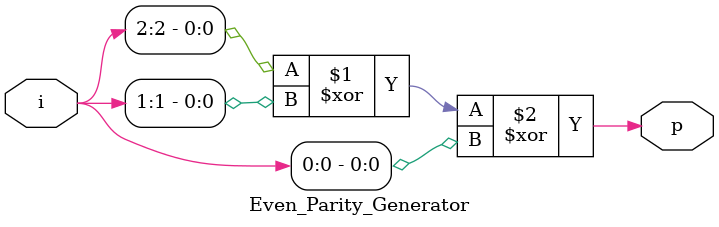
<source format=v>
`timescale 1ns / 1ps


module Even_Parity_Generator(p,i);
input [2:0]i;
output p;

assign p = i[2]^i[1]^i[0];

endmodule

</source>
